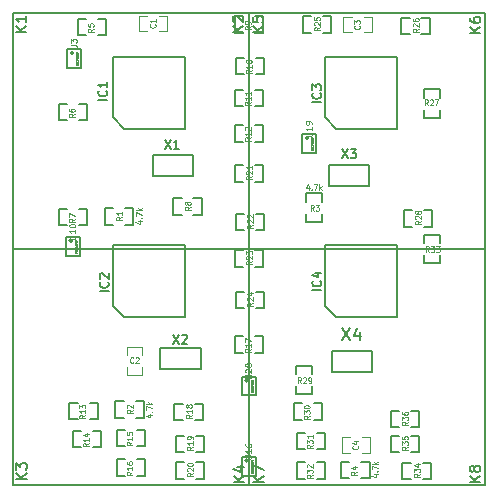
<source format=gto>
G04 (created by PCBNEW (2013-jul-07)-stable) date Tue 09 Aug 2016 05:48:41 PM PDT*
%MOIN*%
G04 Gerber Fmt 3.4, Leading zero omitted, Abs format*
%FSLAX34Y34*%
G01*
G70*
G90*
G04 APERTURE LIST*
%ADD10C,0.00590551*%
%ADD11C,0.008*%
%ADD12C,0.0047*%
%ADD13C,0.006*%
%ADD14C,0.005*%
%ADD15C,0.0045*%
%ADD16C,0.004*%
%ADD17C,0.001*%
G04 APERTURE END LIST*
G54D10*
G54D11*
X35266Y-35318D02*
X34916Y-35318D01*
X35266Y-35118D02*
X35066Y-35268D01*
X34916Y-35118D02*
X35116Y-35318D01*
X35066Y-34918D02*
X35050Y-34951D01*
X35033Y-34968D01*
X35000Y-34985D01*
X34983Y-34985D01*
X34950Y-34968D01*
X34933Y-34951D01*
X34916Y-34918D01*
X34916Y-34851D01*
X34933Y-34818D01*
X34950Y-34801D01*
X34983Y-34785D01*
X35000Y-34785D01*
X35033Y-34801D01*
X35050Y-34818D01*
X35066Y-34851D01*
X35066Y-34918D01*
X35083Y-34951D01*
X35100Y-34968D01*
X35133Y-34985D01*
X35200Y-34985D01*
X35233Y-34968D01*
X35250Y-34951D01*
X35266Y-34918D01*
X35266Y-34851D01*
X35250Y-34818D01*
X35233Y-34801D01*
X35200Y-34785D01*
X35133Y-34785D01*
X35100Y-34801D01*
X35083Y-34818D01*
X35066Y-34851D01*
X28046Y-35308D02*
X27696Y-35308D01*
X28046Y-35108D02*
X27846Y-35258D01*
X27696Y-35108D02*
X27896Y-35308D01*
X27696Y-34991D02*
X27696Y-34758D01*
X28046Y-34908D01*
X35276Y-20353D02*
X34926Y-20353D01*
X35276Y-20153D02*
X35076Y-20303D01*
X34926Y-20153D02*
X35126Y-20353D01*
X34926Y-19853D02*
X34926Y-19920D01*
X34943Y-19953D01*
X34960Y-19970D01*
X35010Y-20003D01*
X35076Y-20020D01*
X35210Y-20020D01*
X35243Y-20003D01*
X35260Y-19986D01*
X35276Y-19953D01*
X35276Y-19886D01*
X35260Y-19853D01*
X35243Y-19836D01*
X35210Y-19820D01*
X35126Y-19820D01*
X35093Y-19836D01*
X35076Y-19853D01*
X35060Y-19886D01*
X35060Y-19953D01*
X35076Y-19986D01*
X35093Y-20003D01*
X35126Y-20020D01*
X28041Y-20333D02*
X27691Y-20333D01*
X28041Y-20133D02*
X27841Y-20283D01*
X27691Y-20133D02*
X27891Y-20333D01*
X27691Y-19816D02*
X27691Y-19983D01*
X27858Y-20000D01*
X27841Y-19983D01*
X27825Y-19950D01*
X27825Y-19866D01*
X27841Y-19833D01*
X27858Y-19816D01*
X27891Y-19800D01*
X27975Y-19800D01*
X28008Y-19816D01*
X28025Y-19833D01*
X28041Y-19866D01*
X28041Y-19950D01*
X28025Y-19983D01*
X28008Y-20000D01*
X27406Y-35308D02*
X27056Y-35308D01*
X27406Y-35108D02*
X27206Y-35258D01*
X27056Y-35108D02*
X27256Y-35308D01*
X27173Y-34808D02*
X27406Y-34808D01*
X27040Y-34891D02*
X27290Y-34975D01*
X27290Y-34758D01*
X20146Y-35238D02*
X19796Y-35238D01*
X20146Y-35038D02*
X19946Y-35188D01*
X19796Y-35038D02*
X19996Y-35238D01*
X19796Y-34921D02*
X19796Y-34705D01*
X19930Y-34821D01*
X19930Y-34771D01*
X19946Y-34738D01*
X19963Y-34721D01*
X19996Y-34705D01*
X20080Y-34705D01*
X20113Y-34721D01*
X20130Y-34738D01*
X20146Y-34771D01*
X20146Y-34871D01*
X20130Y-34905D01*
X20113Y-34921D01*
X27371Y-20318D02*
X27021Y-20318D01*
X27371Y-20118D02*
X27171Y-20268D01*
X27021Y-20118D02*
X27221Y-20318D01*
X27055Y-19985D02*
X27038Y-19968D01*
X27021Y-19935D01*
X27021Y-19851D01*
X27038Y-19818D01*
X27055Y-19801D01*
X27088Y-19785D01*
X27121Y-19785D01*
X27171Y-19801D01*
X27371Y-20001D01*
X27371Y-19785D01*
X20141Y-20328D02*
X19791Y-20328D01*
X20141Y-20128D02*
X19941Y-20278D01*
X19791Y-20128D02*
X19991Y-20328D01*
X20141Y-19795D02*
X20141Y-19995D01*
X20141Y-19895D02*
X19791Y-19895D01*
X19841Y-19928D01*
X19875Y-19961D01*
X19891Y-19995D01*
G54D12*
X24173Y-19783D02*
X23898Y-19783D01*
X24567Y-19783D02*
X24842Y-19783D01*
X24173Y-20295D02*
X23898Y-20295D01*
X24842Y-20295D02*
X24567Y-20295D01*
X23898Y-20289D02*
X23898Y-19789D01*
X24842Y-19789D02*
X24842Y-20289D01*
G54D11*
X24370Y-24409D02*
X25708Y-24409D01*
X25708Y-24409D02*
X25708Y-25117D01*
X25708Y-25117D02*
X24370Y-25117D01*
X24370Y-25117D02*
X24370Y-24409D01*
X24606Y-30866D02*
X25944Y-30866D01*
X25944Y-30866D02*
X25944Y-31574D01*
X25944Y-31574D02*
X24606Y-31574D01*
X24606Y-31574D02*
X24606Y-30866D01*
X30236Y-24764D02*
X31574Y-24764D01*
X31574Y-24764D02*
X31574Y-25472D01*
X31574Y-25472D02*
X30236Y-25472D01*
X30236Y-25472D02*
X30236Y-24764D01*
X30315Y-30945D02*
X31653Y-30945D01*
X31653Y-30945D02*
X31653Y-31653D01*
X31653Y-31653D02*
X30315Y-31653D01*
X30315Y-31653D02*
X30315Y-30945D01*
G54D12*
X23484Y-31496D02*
X23484Y-31771D01*
X23484Y-31102D02*
X23484Y-30827D01*
X23996Y-31496D02*
X23996Y-31771D01*
X23996Y-30827D02*
X23996Y-31102D01*
X23990Y-31771D02*
X23490Y-31771D01*
X23490Y-30827D02*
X23990Y-30827D01*
G54D13*
X23012Y-23167D02*
X23012Y-21517D01*
X23012Y-21517D02*
X23012Y-21142D01*
X23012Y-21142D02*
X25412Y-21142D01*
X25412Y-21142D02*
X25412Y-23542D01*
X25412Y-23542D02*
X23387Y-23542D01*
X23387Y-23542D02*
X23012Y-23167D01*
X23012Y-29466D02*
X23012Y-27816D01*
X23012Y-27816D02*
X23012Y-27441D01*
X23012Y-27441D02*
X25412Y-27441D01*
X25412Y-27441D02*
X25412Y-29841D01*
X25412Y-29841D02*
X23387Y-29841D01*
X23387Y-29841D02*
X23012Y-29466D01*
X30099Y-23167D02*
X30099Y-21517D01*
X30099Y-21517D02*
X30099Y-21142D01*
X30099Y-21142D02*
X32499Y-21142D01*
X32499Y-21142D02*
X32499Y-23542D01*
X32499Y-23542D02*
X30474Y-23542D01*
X30474Y-23542D02*
X30099Y-23167D01*
X30099Y-29466D02*
X30099Y-27816D01*
X30099Y-27816D02*
X30099Y-27441D01*
X30099Y-27441D02*
X32499Y-27441D01*
X32499Y-27441D02*
X32499Y-29841D01*
X32499Y-29841D02*
X30474Y-29841D01*
X30474Y-29841D02*
X30099Y-29466D01*
G54D12*
X30984Y-19822D02*
X30709Y-19822D01*
X31378Y-19822D02*
X31653Y-19822D01*
X30984Y-20334D02*
X30709Y-20334D01*
X31653Y-20334D02*
X31378Y-20334D01*
X30709Y-20328D02*
X30709Y-19828D01*
X31653Y-19828D02*
X31653Y-20328D01*
X31319Y-34350D02*
X31594Y-34350D01*
X30925Y-34350D02*
X30650Y-34350D01*
X31319Y-33838D02*
X31594Y-33838D01*
X30650Y-33838D02*
X30925Y-33838D01*
X31594Y-33844D02*
X31594Y-34344D01*
X30650Y-34344D02*
X30650Y-33844D01*
G54D14*
X32558Y-32953D02*
X32280Y-32953D01*
X32280Y-32953D02*
X32280Y-33503D01*
X32280Y-33503D02*
X32558Y-33503D01*
X33230Y-32953D02*
X32952Y-32953D01*
X33230Y-32953D02*
X33230Y-33503D01*
X33230Y-33503D02*
X32952Y-33503D01*
X32558Y-33780D02*
X32280Y-33780D01*
X32280Y-33780D02*
X32280Y-34330D01*
X32280Y-34330D02*
X32558Y-34330D01*
X33230Y-33780D02*
X32952Y-33780D01*
X33230Y-33780D02*
X33230Y-34330D01*
X33230Y-34330D02*
X32952Y-34330D01*
X32952Y-34685D02*
X32674Y-34685D01*
X32674Y-34685D02*
X32674Y-35235D01*
X32674Y-35235D02*
X32952Y-35235D01*
X33624Y-34685D02*
X33346Y-34685D01*
X33624Y-34685D02*
X33624Y-35235D01*
X33624Y-35235D02*
X33346Y-35235D01*
X33936Y-27362D02*
X33936Y-27084D01*
X33936Y-27084D02*
X33386Y-27084D01*
X33386Y-27084D02*
X33386Y-27362D01*
X33936Y-28034D02*
X33936Y-27756D01*
X33936Y-28034D02*
X33386Y-28034D01*
X33386Y-28034D02*
X33386Y-27756D01*
X29822Y-35215D02*
X30100Y-35215D01*
X30100Y-35215D02*
X30100Y-34665D01*
X30100Y-34665D02*
X29822Y-34665D01*
X29150Y-35215D02*
X29428Y-35215D01*
X29150Y-35215D02*
X29150Y-34665D01*
X29150Y-34665D02*
X29428Y-34665D01*
X29822Y-34231D02*
X30100Y-34231D01*
X30100Y-34231D02*
X30100Y-33681D01*
X30100Y-33681D02*
X29822Y-33681D01*
X29150Y-34231D02*
X29428Y-34231D01*
X29150Y-34231D02*
X29150Y-33681D01*
X29150Y-33681D02*
X29428Y-33681D01*
X29724Y-33247D02*
X30002Y-33247D01*
X30002Y-33247D02*
X30002Y-32697D01*
X30002Y-32697D02*
X29724Y-32697D01*
X29052Y-33247D02*
X29330Y-33247D01*
X29052Y-33247D02*
X29052Y-32697D01*
X29052Y-32697D02*
X29330Y-32697D01*
X29664Y-31732D02*
X29664Y-31454D01*
X29664Y-31454D02*
X29114Y-31454D01*
X29114Y-31454D02*
X29114Y-31732D01*
X29664Y-32404D02*
X29664Y-32126D01*
X29664Y-32404D02*
X29114Y-32404D01*
X29114Y-32404D02*
X29114Y-32126D01*
X32991Y-26260D02*
X32713Y-26260D01*
X32713Y-26260D02*
X32713Y-26810D01*
X32713Y-26810D02*
X32991Y-26810D01*
X33663Y-26260D02*
X33385Y-26260D01*
X33663Y-26260D02*
X33663Y-26810D01*
X33663Y-26810D02*
X33385Y-26810D01*
X33386Y-22913D02*
X33386Y-23191D01*
X33386Y-23191D02*
X33936Y-23191D01*
X33936Y-23191D02*
X33936Y-22913D01*
X33386Y-22241D02*
X33386Y-22519D01*
X33386Y-22241D02*
X33936Y-22241D01*
X33936Y-22241D02*
X33936Y-22519D01*
X32913Y-19843D02*
X32635Y-19843D01*
X32635Y-19843D02*
X32635Y-20393D01*
X32635Y-20393D02*
X32913Y-20393D01*
X33585Y-19843D02*
X33307Y-19843D01*
X33585Y-19843D02*
X33585Y-20393D01*
X33585Y-20393D02*
X33307Y-20393D01*
X29625Y-19803D02*
X29347Y-19803D01*
X29347Y-19803D02*
X29347Y-20353D01*
X29347Y-20353D02*
X29625Y-20353D01*
X30297Y-19803D02*
X30019Y-19803D01*
X30297Y-19803D02*
X30297Y-20353D01*
X30297Y-20353D02*
X30019Y-20353D01*
X27401Y-28976D02*
X27123Y-28976D01*
X27123Y-28976D02*
X27123Y-29526D01*
X27123Y-29526D02*
X27401Y-29526D01*
X28073Y-28976D02*
X27795Y-28976D01*
X28073Y-28976D02*
X28073Y-29526D01*
X28073Y-29526D02*
X27795Y-29526D01*
X27362Y-27599D02*
X27084Y-27599D01*
X27084Y-27599D02*
X27084Y-28149D01*
X27084Y-28149D02*
X27362Y-28149D01*
X28034Y-27599D02*
X27756Y-27599D01*
X28034Y-27599D02*
X28034Y-28149D01*
X28034Y-28149D02*
X27756Y-28149D01*
X27401Y-26378D02*
X27123Y-26378D01*
X27123Y-26378D02*
X27123Y-26928D01*
X27123Y-26928D02*
X27401Y-26928D01*
X28073Y-26378D02*
X27795Y-26378D01*
X28073Y-26378D02*
X28073Y-26928D01*
X28073Y-26928D02*
X27795Y-26928D01*
X27362Y-24764D02*
X27084Y-24764D01*
X27084Y-24764D02*
X27084Y-25314D01*
X27084Y-25314D02*
X27362Y-25314D01*
X28034Y-24764D02*
X27756Y-24764D01*
X28034Y-24764D02*
X28034Y-25314D01*
X28034Y-25314D02*
X27756Y-25314D01*
X25393Y-34665D02*
X25115Y-34665D01*
X25115Y-34665D02*
X25115Y-35215D01*
X25115Y-35215D02*
X25393Y-35215D01*
X26065Y-34665D02*
X25787Y-34665D01*
X26065Y-34665D02*
X26065Y-35215D01*
X26065Y-35215D02*
X25787Y-35215D01*
X25393Y-33780D02*
X25115Y-33780D01*
X25115Y-33780D02*
X25115Y-34330D01*
X25115Y-34330D02*
X25393Y-34330D01*
X26065Y-33780D02*
X25787Y-33780D01*
X26065Y-33780D02*
X26065Y-34330D01*
X26065Y-34330D02*
X25787Y-34330D01*
X25354Y-32717D02*
X25076Y-32717D01*
X25076Y-32717D02*
X25076Y-33267D01*
X25076Y-33267D02*
X25354Y-33267D01*
X26026Y-32717D02*
X25748Y-32717D01*
X26026Y-32717D02*
X26026Y-33267D01*
X26026Y-33267D02*
X25748Y-33267D01*
X27756Y-31023D02*
X28034Y-31023D01*
X28034Y-31023D02*
X28034Y-30473D01*
X28034Y-30473D02*
X27756Y-30473D01*
X27084Y-31023D02*
X27362Y-31023D01*
X27084Y-31023D02*
X27084Y-30473D01*
X27084Y-30473D02*
X27362Y-30473D01*
X23819Y-35117D02*
X24097Y-35117D01*
X24097Y-35117D02*
X24097Y-34567D01*
X24097Y-34567D02*
X23819Y-34567D01*
X23147Y-35117D02*
X23425Y-35117D01*
X23147Y-35117D02*
X23147Y-34567D01*
X23147Y-34567D02*
X23425Y-34567D01*
X23819Y-34133D02*
X24097Y-34133D01*
X24097Y-34133D02*
X24097Y-33583D01*
X24097Y-33583D02*
X23819Y-33583D01*
X23147Y-34133D02*
X23425Y-34133D01*
X23147Y-34133D02*
X23147Y-33583D01*
X23147Y-33583D02*
X23425Y-33583D01*
X22362Y-34172D02*
X22640Y-34172D01*
X22640Y-34172D02*
X22640Y-33622D01*
X22640Y-33622D02*
X22362Y-33622D01*
X21690Y-34172D02*
X21968Y-34172D01*
X21690Y-34172D02*
X21690Y-33622D01*
X21690Y-33622D02*
X21968Y-33622D01*
X22244Y-33227D02*
X22522Y-33227D01*
X22522Y-33227D02*
X22522Y-32677D01*
X22522Y-32677D02*
X22244Y-32677D01*
X21572Y-33227D02*
X21850Y-33227D01*
X21572Y-33227D02*
X21572Y-32677D01*
X21572Y-32677D02*
X21850Y-32677D01*
X27756Y-23975D02*
X28034Y-23975D01*
X28034Y-23975D02*
X28034Y-23425D01*
X28034Y-23425D02*
X27756Y-23425D01*
X27084Y-23975D02*
X27362Y-23975D01*
X27084Y-23975D02*
X27084Y-23425D01*
X27084Y-23425D02*
X27362Y-23425D01*
X27756Y-22794D02*
X28034Y-22794D01*
X28034Y-22794D02*
X28034Y-22244D01*
X28034Y-22244D02*
X27756Y-22244D01*
X27084Y-22794D02*
X27362Y-22794D01*
X27084Y-22794D02*
X27084Y-22244D01*
X27084Y-22244D02*
X27362Y-22244D01*
X27795Y-21731D02*
X28073Y-21731D01*
X28073Y-21731D02*
X28073Y-21181D01*
X28073Y-21181D02*
X27795Y-21181D01*
X27123Y-21731D02*
X27401Y-21731D01*
X27123Y-21731D02*
X27123Y-21181D01*
X27123Y-21181D02*
X27401Y-21181D01*
X27756Y-20353D02*
X28034Y-20353D01*
X28034Y-20353D02*
X28034Y-19803D01*
X28034Y-19803D02*
X27756Y-19803D01*
X27084Y-20353D02*
X27362Y-20353D01*
X27084Y-20353D02*
X27084Y-19803D01*
X27084Y-19803D02*
X27362Y-19803D01*
X25314Y-25866D02*
X25036Y-25866D01*
X25036Y-25866D02*
X25036Y-26416D01*
X25036Y-26416D02*
X25314Y-26416D01*
X25986Y-25866D02*
X25708Y-25866D01*
X25986Y-25866D02*
X25986Y-26416D01*
X25986Y-26416D02*
X25708Y-26416D01*
X21889Y-26771D02*
X22167Y-26771D01*
X22167Y-26771D02*
X22167Y-26221D01*
X22167Y-26221D02*
X21889Y-26221D01*
X21217Y-26771D02*
X21495Y-26771D01*
X21217Y-26771D02*
X21217Y-26221D01*
X21217Y-26221D02*
X21495Y-26221D01*
X21889Y-23267D02*
X22167Y-23267D01*
X22167Y-23267D02*
X22167Y-22717D01*
X22167Y-22717D02*
X21889Y-22717D01*
X21217Y-23267D02*
X21495Y-23267D01*
X21217Y-23267D02*
X21217Y-22717D01*
X21217Y-22717D02*
X21495Y-22717D01*
X22519Y-20432D02*
X22797Y-20432D01*
X22797Y-20432D02*
X22797Y-19882D01*
X22797Y-19882D02*
X22519Y-19882D01*
X21847Y-20432D02*
X22125Y-20432D01*
X21847Y-20432D02*
X21847Y-19882D01*
X21847Y-19882D02*
X22125Y-19882D01*
X31299Y-35196D02*
X31577Y-35196D01*
X31577Y-35196D02*
X31577Y-34646D01*
X31577Y-34646D02*
X31299Y-34646D01*
X30627Y-35196D02*
X30905Y-35196D01*
X30627Y-35196D02*
X30627Y-34646D01*
X30627Y-34646D02*
X30905Y-34646D01*
X29999Y-25984D02*
X29999Y-25706D01*
X29999Y-25706D02*
X29449Y-25706D01*
X29449Y-25706D02*
X29449Y-25984D01*
X29999Y-26656D02*
X29999Y-26378D01*
X29999Y-26656D02*
X29449Y-26656D01*
X29449Y-26656D02*
X29449Y-26378D01*
X23385Y-32638D02*
X23107Y-32638D01*
X23107Y-32638D02*
X23107Y-33188D01*
X23107Y-33188D02*
X23385Y-33188D01*
X24057Y-32638D02*
X23779Y-32638D01*
X24057Y-32638D02*
X24057Y-33188D01*
X24057Y-33188D02*
X23779Y-33188D01*
X23031Y-26201D02*
X22753Y-26201D01*
X22753Y-26201D02*
X22753Y-26751D01*
X22753Y-26751D02*
X23031Y-26751D01*
X23703Y-26201D02*
X23425Y-26201D01*
X23703Y-26201D02*
X23703Y-26751D01*
X23703Y-26751D02*
X23425Y-26751D01*
G54D10*
X31496Y-27559D02*
X35433Y-27559D01*
X35433Y-27559D02*
X35433Y-35433D01*
X35433Y-35433D02*
X27559Y-35433D01*
X27559Y-35433D02*
X27559Y-27559D01*
X27559Y-27559D02*
X31692Y-27559D01*
X31496Y-19685D02*
X35433Y-19685D01*
X35433Y-19685D02*
X35433Y-27559D01*
X35433Y-27559D02*
X27559Y-27559D01*
X27559Y-27559D02*
X27559Y-19685D01*
X27559Y-19685D02*
X31692Y-19685D01*
X23622Y-27559D02*
X27559Y-27559D01*
X27559Y-27559D02*
X27559Y-35433D01*
X27559Y-35433D02*
X19685Y-35433D01*
X19685Y-35433D02*
X19685Y-27559D01*
X19685Y-27559D02*
X23818Y-27559D01*
X23622Y-19685D02*
X27559Y-19685D01*
X27559Y-19685D02*
X27559Y-27559D01*
X27559Y-27559D02*
X19685Y-27559D01*
X19685Y-27559D02*
X19685Y-19685D01*
X19685Y-19685D02*
X23818Y-19685D01*
X27535Y-31929D02*
G75*
G03X27535Y-31929I-55J0D01*
G74*
G01*
X27795Y-32440D02*
X27322Y-32440D01*
X27322Y-32440D02*
X27322Y-31811D01*
X27322Y-31811D02*
X27795Y-31811D01*
X27795Y-31811D02*
X27795Y-32440D01*
X29543Y-23858D02*
G75*
G03X29543Y-23858I-55J0D01*
G74*
G01*
X29803Y-24370D02*
X29330Y-24370D01*
X29330Y-24370D02*
X29330Y-23740D01*
X29330Y-23740D02*
X29803Y-23740D01*
X29803Y-23740D02*
X29803Y-24370D01*
X27535Y-34606D02*
G75*
G03X27535Y-34606I-55J0D01*
G74*
G01*
X27795Y-35118D02*
X27322Y-35118D01*
X27322Y-35118D02*
X27322Y-34488D01*
X27322Y-34488D02*
X27795Y-34488D01*
X27795Y-34488D02*
X27795Y-35118D01*
X21669Y-27283D02*
G75*
G03X21669Y-27283I-55J0D01*
G74*
G01*
X21929Y-27795D02*
X21456Y-27795D01*
X21456Y-27795D02*
X21456Y-27165D01*
X21456Y-27165D02*
X21929Y-27165D01*
X21929Y-27165D02*
X21929Y-27795D01*
X21709Y-21023D02*
G75*
G03X21709Y-21023I-55J0D01*
G74*
G01*
X21968Y-21535D02*
X21496Y-21535D01*
X21496Y-21535D02*
X21496Y-20905D01*
X21496Y-20905D02*
X21968Y-20905D01*
X21968Y-20905D02*
X21968Y-21535D01*
G54D15*
X24431Y-20069D02*
X24441Y-20077D01*
X24451Y-20103D01*
X24451Y-20120D01*
X24441Y-20146D01*
X24422Y-20163D01*
X24403Y-20172D01*
X24365Y-20180D01*
X24336Y-20180D01*
X24298Y-20172D01*
X24279Y-20163D01*
X24260Y-20146D01*
X24251Y-20120D01*
X24251Y-20103D01*
X24260Y-20077D01*
X24270Y-20069D01*
X24451Y-19897D02*
X24451Y-20000D01*
X24451Y-19949D02*
X24251Y-19949D01*
X24279Y-19966D01*
X24298Y-19983D01*
X24308Y-20000D01*
G54D13*
X24757Y-23915D02*
X24957Y-24215D01*
X24957Y-23915D02*
X24757Y-24215D01*
X25228Y-24215D02*
X25057Y-24215D01*
X25142Y-24215D02*
X25142Y-23915D01*
X25114Y-23958D01*
X25085Y-23987D01*
X25057Y-24001D01*
X25032Y-30411D02*
X25232Y-30711D01*
X25232Y-30411D02*
X25032Y-30711D01*
X25332Y-30440D02*
X25347Y-30426D01*
X25375Y-30411D01*
X25447Y-30411D01*
X25475Y-30426D01*
X25489Y-30440D01*
X25504Y-30469D01*
X25504Y-30497D01*
X25489Y-30540D01*
X25318Y-30711D01*
X25504Y-30711D01*
X30662Y-24230D02*
X30862Y-24530D01*
X30862Y-24230D02*
X30662Y-24530D01*
X30948Y-24230D02*
X31134Y-24230D01*
X31034Y-24345D01*
X31076Y-24345D01*
X31105Y-24359D01*
X31119Y-24373D01*
X31134Y-24402D01*
X31134Y-24473D01*
X31119Y-24502D01*
X31105Y-24516D01*
X31076Y-24530D01*
X30991Y-24530D01*
X30962Y-24516D01*
X30948Y-24502D01*
G54D11*
X30660Y-30195D02*
X30927Y-30595D01*
X30927Y-30195D02*
X30660Y-30595D01*
X31250Y-30328D02*
X31250Y-30595D01*
X31155Y-30176D02*
X31060Y-30461D01*
X31308Y-30461D01*
G54D15*
X23710Y-31341D02*
X23701Y-31350D01*
X23675Y-31360D01*
X23658Y-31360D01*
X23633Y-31350D01*
X23615Y-31331D01*
X23607Y-31312D01*
X23598Y-31274D01*
X23598Y-31246D01*
X23607Y-31208D01*
X23615Y-31189D01*
X23633Y-31170D01*
X23658Y-31160D01*
X23675Y-31160D01*
X23701Y-31170D01*
X23710Y-31179D01*
X23778Y-31179D02*
X23787Y-31170D01*
X23804Y-31160D01*
X23847Y-31160D01*
X23864Y-31170D01*
X23873Y-31179D01*
X23881Y-31198D01*
X23881Y-31217D01*
X23873Y-31246D01*
X23770Y-31360D01*
X23881Y-31360D01*
G54D13*
X22837Y-22596D02*
X22537Y-22596D01*
X22809Y-22281D02*
X22823Y-22296D01*
X22837Y-22338D01*
X22837Y-22367D01*
X22823Y-22410D01*
X22795Y-22438D01*
X22766Y-22453D01*
X22709Y-22467D01*
X22666Y-22467D01*
X22609Y-22453D01*
X22580Y-22438D01*
X22552Y-22410D01*
X22537Y-22367D01*
X22537Y-22338D01*
X22552Y-22296D01*
X22566Y-22281D01*
X22837Y-21996D02*
X22837Y-22167D01*
X22837Y-22081D02*
X22537Y-22081D01*
X22580Y-22110D01*
X22609Y-22138D01*
X22623Y-22167D01*
X22877Y-28973D02*
X22577Y-28973D01*
X22848Y-28659D02*
X22863Y-28673D01*
X22877Y-28716D01*
X22877Y-28745D01*
X22863Y-28788D01*
X22834Y-28816D01*
X22805Y-28831D01*
X22748Y-28845D01*
X22705Y-28845D01*
X22648Y-28831D01*
X22620Y-28816D01*
X22591Y-28788D01*
X22577Y-28745D01*
X22577Y-28716D01*
X22591Y-28673D01*
X22605Y-28659D01*
X22605Y-28545D02*
X22591Y-28531D01*
X22577Y-28502D01*
X22577Y-28431D01*
X22591Y-28402D01*
X22605Y-28388D01*
X22634Y-28373D01*
X22663Y-28373D01*
X22705Y-28388D01*
X22877Y-28559D01*
X22877Y-28373D01*
X29963Y-22674D02*
X29663Y-22674D01*
X29935Y-22360D02*
X29949Y-22374D01*
X29963Y-22417D01*
X29963Y-22446D01*
X29949Y-22489D01*
X29921Y-22517D01*
X29892Y-22531D01*
X29835Y-22546D01*
X29792Y-22546D01*
X29735Y-22531D01*
X29706Y-22517D01*
X29678Y-22489D01*
X29663Y-22446D01*
X29663Y-22417D01*
X29678Y-22374D01*
X29692Y-22360D01*
X29663Y-22260D02*
X29663Y-22074D01*
X29778Y-22174D01*
X29778Y-22131D01*
X29792Y-22103D01*
X29806Y-22089D01*
X29835Y-22074D01*
X29906Y-22074D01*
X29935Y-22089D01*
X29949Y-22103D01*
X29963Y-22131D01*
X29963Y-22217D01*
X29949Y-22246D01*
X29935Y-22260D01*
X29963Y-28934D02*
X29663Y-28934D01*
X29935Y-28620D02*
X29949Y-28634D01*
X29963Y-28677D01*
X29963Y-28706D01*
X29949Y-28748D01*
X29921Y-28777D01*
X29892Y-28791D01*
X29835Y-28806D01*
X29792Y-28806D01*
X29735Y-28791D01*
X29706Y-28777D01*
X29678Y-28748D01*
X29663Y-28706D01*
X29663Y-28677D01*
X29678Y-28634D01*
X29692Y-28620D01*
X29763Y-28363D02*
X29963Y-28363D01*
X29649Y-28434D02*
X29863Y-28506D01*
X29863Y-28320D01*
G54D15*
X31243Y-20108D02*
X31252Y-20117D01*
X31262Y-20143D01*
X31262Y-20160D01*
X31252Y-20185D01*
X31233Y-20203D01*
X31214Y-20211D01*
X31176Y-20220D01*
X31147Y-20220D01*
X31109Y-20211D01*
X31090Y-20203D01*
X31071Y-20185D01*
X31062Y-20160D01*
X31062Y-20143D01*
X31071Y-20117D01*
X31081Y-20108D01*
X31062Y-20048D02*
X31062Y-19937D01*
X31138Y-19997D01*
X31138Y-19971D01*
X31147Y-19954D01*
X31157Y-19945D01*
X31176Y-19937D01*
X31223Y-19937D01*
X31243Y-19945D01*
X31252Y-19954D01*
X31262Y-19971D01*
X31262Y-20023D01*
X31252Y-20040D01*
X31243Y-20048D01*
X31183Y-34124D02*
X31193Y-34133D01*
X31202Y-34158D01*
X31202Y-34175D01*
X31193Y-34201D01*
X31174Y-34218D01*
X31155Y-34227D01*
X31117Y-34235D01*
X31088Y-34235D01*
X31050Y-34227D01*
X31031Y-34218D01*
X31012Y-34201D01*
X31002Y-34175D01*
X31002Y-34158D01*
X31012Y-34133D01*
X31022Y-34124D01*
X31069Y-33970D02*
X31202Y-33970D01*
X30993Y-34013D02*
X31136Y-34055D01*
X31136Y-33944D01*
X32860Y-33319D02*
X32766Y-33379D01*
X32860Y-33421D02*
X32663Y-33421D01*
X32663Y-33353D01*
X32673Y-33336D01*
X32682Y-33327D01*
X32701Y-33319D01*
X32729Y-33319D01*
X32748Y-33327D01*
X32757Y-33336D01*
X32766Y-33353D01*
X32766Y-33421D01*
X32663Y-33259D02*
X32663Y-33147D01*
X32738Y-33207D01*
X32738Y-33181D01*
X32748Y-33164D01*
X32757Y-33156D01*
X32776Y-33147D01*
X32823Y-33147D01*
X32841Y-33156D01*
X32851Y-33164D01*
X32860Y-33181D01*
X32860Y-33233D01*
X32851Y-33250D01*
X32841Y-33259D01*
X32663Y-32993D02*
X32663Y-33027D01*
X32673Y-33044D01*
X32682Y-33053D01*
X32710Y-33070D01*
X32748Y-33079D01*
X32823Y-33079D01*
X32841Y-33070D01*
X32851Y-33061D01*
X32860Y-33044D01*
X32860Y-33010D01*
X32851Y-32993D01*
X32841Y-32984D01*
X32823Y-32976D01*
X32776Y-32976D01*
X32757Y-32984D01*
X32748Y-32993D01*
X32738Y-33010D01*
X32738Y-33044D01*
X32748Y-33061D01*
X32757Y-33070D01*
X32776Y-33079D01*
X32860Y-34145D02*
X32766Y-34205D01*
X32860Y-34248D02*
X32663Y-34248D01*
X32663Y-34180D01*
X32673Y-34162D01*
X32682Y-34154D01*
X32701Y-34145D01*
X32729Y-34145D01*
X32748Y-34154D01*
X32757Y-34162D01*
X32766Y-34180D01*
X32766Y-34248D01*
X32663Y-34085D02*
X32663Y-33974D01*
X32738Y-34034D01*
X32738Y-34008D01*
X32748Y-33991D01*
X32757Y-33982D01*
X32776Y-33974D01*
X32823Y-33974D01*
X32841Y-33982D01*
X32851Y-33991D01*
X32860Y-34008D01*
X32860Y-34060D01*
X32851Y-34077D01*
X32841Y-34085D01*
X32663Y-33811D02*
X32663Y-33897D01*
X32757Y-33905D01*
X32748Y-33897D01*
X32738Y-33880D01*
X32738Y-33837D01*
X32748Y-33820D01*
X32757Y-33811D01*
X32776Y-33802D01*
X32823Y-33802D01*
X32841Y-33811D01*
X32851Y-33820D01*
X32860Y-33837D01*
X32860Y-33880D01*
X32851Y-33897D01*
X32841Y-33905D01*
X33254Y-35051D02*
X33160Y-35111D01*
X33254Y-35154D02*
X33057Y-35154D01*
X33057Y-35085D01*
X33066Y-35068D01*
X33076Y-35059D01*
X33094Y-35051D01*
X33123Y-35051D01*
X33141Y-35059D01*
X33151Y-35068D01*
X33160Y-35085D01*
X33160Y-35154D01*
X33057Y-34991D02*
X33057Y-34879D01*
X33132Y-34939D01*
X33132Y-34914D01*
X33141Y-34897D01*
X33151Y-34888D01*
X33169Y-34879D01*
X33216Y-34879D01*
X33235Y-34888D01*
X33244Y-34897D01*
X33254Y-34914D01*
X33254Y-34965D01*
X33244Y-34982D01*
X33235Y-34991D01*
X33123Y-34725D02*
X33254Y-34725D01*
X33047Y-34768D02*
X33188Y-34811D01*
X33188Y-34699D01*
X33570Y-27663D02*
X33510Y-27569D01*
X33467Y-27663D02*
X33467Y-27466D01*
X33536Y-27466D01*
X33553Y-27476D01*
X33562Y-27485D01*
X33570Y-27504D01*
X33570Y-27532D01*
X33562Y-27551D01*
X33553Y-27560D01*
X33536Y-27569D01*
X33467Y-27569D01*
X33630Y-27466D02*
X33742Y-27466D01*
X33682Y-27541D01*
X33707Y-27541D01*
X33724Y-27551D01*
X33733Y-27560D01*
X33742Y-27579D01*
X33742Y-27626D01*
X33733Y-27645D01*
X33724Y-27654D01*
X33707Y-27663D01*
X33656Y-27663D01*
X33639Y-27654D01*
X33630Y-27645D01*
X33802Y-27466D02*
X33913Y-27466D01*
X33853Y-27541D01*
X33879Y-27541D01*
X33896Y-27551D01*
X33904Y-27560D01*
X33913Y-27579D01*
X33913Y-27626D01*
X33904Y-27645D01*
X33896Y-27654D01*
X33879Y-27663D01*
X33827Y-27663D01*
X33810Y-27654D01*
X33802Y-27645D01*
X29680Y-35081D02*
X29586Y-35141D01*
X29680Y-35184D02*
X29483Y-35184D01*
X29483Y-35115D01*
X29493Y-35098D01*
X29502Y-35090D01*
X29521Y-35081D01*
X29549Y-35081D01*
X29568Y-35090D01*
X29577Y-35098D01*
X29586Y-35115D01*
X29586Y-35184D01*
X29483Y-35021D02*
X29483Y-34910D01*
X29558Y-34970D01*
X29558Y-34944D01*
X29568Y-34927D01*
X29577Y-34918D01*
X29596Y-34910D01*
X29643Y-34910D01*
X29661Y-34918D01*
X29671Y-34927D01*
X29680Y-34944D01*
X29680Y-34995D01*
X29671Y-35013D01*
X29661Y-35021D01*
X29502Y-34841D02*
X29493Y-34833D01*
X29483Y-34815D01*
X29483Y-34773D01*
X29493Y-34755D01*
X29502Y-34747D01*
X29521Y-34738D01*
X29540Y-34738D01*
X29568Y-34747D01*
X29680Y-34850D01*
X29680Y-34738D01*
X29680Y-34097D02*
X29586Y-34157D01*
X29680Y-34200D02*
X29483Y-34200D01*
X29483Y-34131D01*
X29493Y-34114D01*
X29502Y-34105D01*
X29521Y-34097D01*
X29549Y-34097D01*
X29568Y-34105D01*
X29577Y-34114D01*
X29586Y-34131D01*
X29586Y-34200D01*
X29483Y-34037D02*
X29483Y-33925D01*
X29558Y-33985D01*
X29558Y-33960D01*
X29568Y-33943D01*
X29577Y-33934D01*
X29596Y-33925D01*
X29643Y-33925D01*
X29661Y-33934D01*
X29671Y-33943D01*
X29680Y-33960D01*
X29680Y-34011D01*
X29671Y-34028D01*
X29661Y-34037D01*
X29680Y-33754D02*
X29680Y-33857D01*
X29680Y-33805D02*
X29483Y-33805D01*
X29511Y-33823D01*
X29530Y-33840D01*
X29540Y-33857D01*
X29582Y-33113D02*
X29488Y-33173D01*
X29582Y-33216D02*
X29385Y-33216D01*
X29385Y-33147D01*
X29394Y-33130D01*
X29404Y-33121D01*
X29422Y-33113D01*
X29450Y-33113D01*
X29469Y-33121D01*
X29479Y-33130D01*
X29488Y-33147D01*
X29488Y-33216D01*
X29385Y-33053D02*
X29385Y-32941D01*
X29460Y-33001D01*
X29460Y-32976D01*
X29469Y-32958D01*
X29479Y-32950D01*
X29497Y-32941D01*
X29544Y-32941D01*
X29563Y-32950D01*
X29572Y-32958D01*
X29582Y-32976D01*
X29582Y-33027D01*
X29572Y-33044D01*
X29563Y-33053D01*
X29385Y-32830D02*
X29385Y-32813D01*
X29394Y-32796D01*
X29404Y-32787D01*
X29422Y-32778D01*
X29460Y-32770D01*
X29507Y-32770D01*
X29544Y-32778D01*
X29563Y-32787D01*
X29572Y-32796D01*
X29582Y-32813D01*
X29582Y-32830D01*
X29572Y-32847D01*
X29563Y-32856D01*
X29544Y-32864D01*
X29507Y-32873D01*
X29460Y-32873D01*
X29422Y-32864D01*
X29404Y-32856D01*
X29394Y-32847D01*
X29385Y-32830D01*
X29299Y-32033D02*
X29239Y-31940D01*
X29196Y-32033D02*
X29196Y-31836D01*
X29264Y-31836D01*
X29281Y-31846D01*
X29290Y-31855D01*
X29299Y-31874D01*
X29299Y-31902D01*
X29290Y-31921D01*
X29281Y-31930D01*
X29264Y-31940D01*
X29196Y-31940D01*
X29367Y-31855D02*
X29376Y-31846D01*
X29393Y-31836D01*
X29436Y-31836D01*
X29453Y-31846D01*
X29461Y-31855D01*
X29470Y-31874D01*
X29470Y-31893D01*
X29461Y-31921D01*
X29359Y-32033D01*
X29470Y-32033D01*
X29556Y-32033D02*
X29590Y-32033D01*
X29607Y-32024D01*
X29616Y-32015D01*
X29633Y-31986D01*
X29641Y-31949D01*
X29641Y-31874D01*
X29633Y-31855D01*
X29624Y-31846D01*
X29607Y-31836D01*
X29573Y-31836D01*
X29556Y-31846D01*
X29547Y-31855D01*
X29539Y-31874D01*
X29539Y-31921D01*
X29547Y-31940D01*
X29556Y-31949D01*
X29573Y-31958D01*
X29607Y-31958D01*
X29624Y-31949D01*
X29633Y-31940D01*
X29641Y-31921D01*
X33293Y-26626D02*
X33199Y-26686D01*
X33293Y-26729D02*
X33096Y-26729D01*
X33096Y-26660D01*
X33106Y-26643D01*
X33115Y-26634D01*
X33134Y-26626D01*
X33162Y-26626D01*
X33181Y-26634D01*
X33190Y-26643D01*
X33199Y-26660D01*
X33199Y-26729D01*
X33115Y-26557D02*
X33106Y-26549D01*
X33096Y-26531D01*
X33096Y-26489D01*
X33106Y-26471D01*
X33115Y-26463D01*
X33134Y-26454D01*
X33153Y-26454D01*
X33181Y-26463D01*
X33293Y-26566D01*
X33293Y-26454D01*
X33181Y-26351D02*
X33171Y-26369D01*
X33162Y-26377D01*
X33143Y-26386D01*
X33134Y-26386D01*
X33115Y-26377D01*
X33106Y-26369D01*
X33096Y-26351D01*
X33096Y-26317D01*
X33106Y-26300D01*
X33115Y-26291D01*
X33134Y-26283D01*
X33143Y-26283D01*
X33162Y-26291D01*
X33171Y-26300D01*
X33181Y-26317D01*
X33181Y-26351D01*
X33190Y-26369D01*
X33199Y-26377D01*
X33218Y-26386D01*
X33256Y-26386D01*
X33274Y-26377D01*
X33284Y-26369D01*
X33293Y-26351D01*
X33293Y-26317D01*
X33284Y-26300D01*
X33274Y-26291D01*
X33256Y-26283D01*
X33218Y-26283D01*
X33199Y-26291D01*
X33190Y-26300D01*
X33181Y-26317D01*
X33520Y-22771D02*
X33460Y-22677D01*
X33417Y-22771D02*
X33417Y-22574D01*
X33486Y-22574D01*
X33503Y-22583D01*
X33512Y-22593D01*
X33520Y-22611D01*
X33520Y-22639D01*
X33512Y-22658D01*
X33503Y-22668D01*
X33486Y-22677D01*
X33417Y-22677D01*
X33589Y-22593D02*
X33597Y-22583D01*
X33614Y-22574D01*
X33657Y-22574D01*
X33674Y-22583D01*
X33683Y-22593D01*
X33692Y-22611D01*
X33692Y-22630D01*
X33683Y-22658D01*
X33580Y-22771D01*
X33692Y-22771D01*
X33752Y-22574D02*
X33872Y-22574D01*
X33794Y-22771D01*
X33214Y-20208D02*
X33121Y-20268D01*
X33214Y-20311D02*
X33017Y-20311D01*
X33017Y-20243D01*
X33027Y-20225D01*
X33036Y-20217D01*
X33055Y-20208D01*
X33083Y-20208D01*
X33102Y-20217D01*
X33111Y-20225D01*
X33121Y-20243D01*
X33121Y-20311D01*
X33036Y-20140D02*
X33027Y-20131D01*
X33017Y-20114D01*
X33017Y-20071D01*
X33027Y-20054D01*
X33036Y-20045D01*
X33055Y-20037D01*
X33074Y-20037D01*
X33102Y-20045D01*
X33214Y-20148D01*
X33214Y-20037D01*
X33017Y-19883D02*
X33017Y-19917D01*
X33027Y-19934D01*
X33036Y-19943D01*
X33064Y-19960D01*
X33102Y-19968D01*
X33177Y-19968D01*
X33196Y-19960D01*
X33205Y-19951D01*
X33214Y-19934D01*
X33214Y-19900D01*
X33205Y-19883D01*
X33196Y-19874D01*
X33177Y-19865D01*
X33130Y-19865D01*
X33111Y-19874D01*
X33102Y-19883D01*
X33093Y-19900D01*
X33093Y-19934D01*
X33102Y-19951D01*
X33111Y-19960D01*
X33130Y-19968D01*
X29927Y-20169D02*
X29833Y-20229D01*
X29927Y-20272D02*
X29730Y-20272D01*
X29730Y-20203D01*
X29739Y-20186D01*
X29749Y-20178D01*
X29768Y-20169D01*
X29796Y-20169D01*
X29815Y-20178D01*
X29824Y-20186D01*
X29833Y-20203D01*
X29833Y-20272D01*
X29749Y-20100D02*
X29739Y-20092D01*
X29730Y-20075D01*
X29730Y-20032D01*
X29739Y-20015D01*
X29749Y-20006D01*
X29768Y-19998D01*
X29786Y-19998D01*
X29815Y-20006D01*
X29927Y-20109D01*
X29927Y-19998D01*
X29730Y-19835D02*
X29730Y-19920D01*
X29824Y-19929D01*
X29815Y-19920D01*
X29805Y-19903D01*
X29805Y-19860D01*
X29815Y-19843D01*
X29824Y-19835D01*
X29843Y-19826D01*
X29890Y-19826D01*
X29908Y-19835D01*
X29918Y-19843D01*
X29927Y-19860D01*
X29927Y-19903D01*
X29918Y-19920D01*
X29908Y-19929D01*
X27703Y-29342D02*
X27609Y-29402D01*
X27703Y-29445D02*
X27506Y-29445D01*
X27506Y-29376D01*
X27515Y-29359D01*
X27524Y-29351D01*
X27543Y-29342D01*
X27571Y-29342D01*
X27590Y-29351D01*
X27599Y-29359D01*
X27609Y-29376D01*
X27609Y-29445D01*
X27524Y-29274D02*
X27515Y-29265D01*
X27506Y-29248D01*
X27506Y-29205D01*
X27515Y-29188D01*
X27524Y-29179D01*
X27543Y-29171D01*
X27562Y-29171D01*
X27590Y-29179D01*
X27703Y-29282D01*
X27703Y-29171D01*
X27571Y-29016D02*
X27703Y-29016D01*
X27496Y-29059D02*
X27637Y-29102D01*
X27637Y-28991D01*
X27663Y-27964D02*
X27569Y-28024D01*
X27663Y-28067D02*
X27466Y-28067D01*
X27466Y-27999D01*
X27476Y-27981D01*
X27485Y-27973D01*
X27504Y-27964D01*
X27532Y-27964D01*
X27551Y-27973D01*
X27560Y-27981D01*
X27569Y-27999D01*
X27569Y-28067D01*
X27485Y-27896D02*
X27476Y-27887D01*
X27466Y-27870D01*
X27466Y-27827D01*
X27476Y-27810D01*
X27485Y-27801D01*
X27504Y-27793D01*
X27523Y-27793D01*
X27551Y-27801D01*
X27663Y-27904D01*
X27663Y-27793D01*
X27466Y-27733D02*
X27466Y-27621D01*
X27541Y-27681D01*
X27541Y-27656D01*
X27551Y-27639D01*
X27560Y-27630D01*
X27579Y-27621D01*
X27626Y-27621D01*
X27645Y-27630D01*
X27654Y-27639D01*
X27663Y-27656D01*
X27663Y-27707D01*
X27654Y-27724D01*
X27645Y-27733D01*
X27703Y-26744D02*
X27609Y-26804D01*
X27703Y-26847D02*
X27506Y-26847D01*
X27506Y-26778D01*
X27515Y-26761D01*
X27524Y-26752D01*
X27543Y-26744D01*
X27571Y-26744D01*
X27590Y-26752D01*
X27599Y-26761D01*
X27609Y-26778D01*
X27609Y-26847D01*
X27524Y-26675D02*
X27515Y-26667D01*
X27506Y-26649D01*
X27506Y-26607D01*
X27515Y-26589D01*
X27524Y-26581D01*
X27543Y-26572D01*
X27562Y-26572D01*
X27590Y-26581D01*
X27703Y-26684D01*
X27703Y-26572D01*
X27524Y-26504D02*
X27515Y-26495D01*
X27506Y-26478D01*
X27506Y-26435D01*
X27515Y-26418D01*
X27524Y-26409D01*
X27543Y-26401D01*
X27562Y-26401D01*
X27590Y-26409D01*
X27703Y-26512D01*
X27703Y-26401D01*
X27663Y-25130D02*
X27569Y-25190D01*
X27663Y-25232D02*
X27466Y-25232D01*
X27466Y-25164D01*
X27476Y-25147D01*
X27485Y-25138D01*
X27504Y-25130D01*
X27532Y-25130D01*
X27551Y-25138D01*
X27560Y-25147D01*
X27569Y-25164D01*
X27569Y-25232D01*
X27485Y-25061D02*
X27476Y-25052D01*
X27466Y-25035D01*
X27466Y-24992D01*
X27476Y-24975D01*
X27485Y-24967D01*
X27504Y-24958D01*
X27523Y-24958D01*
X27551Y-24967D01*
X27663Y-25070D01*
X27663Y-24958D01*
X27663Y-24787D02*
X27663Y-24890D01*
X27663Y-24838D02*
X27466Y-24838D01*
X27494Y-24855D01*
X27513Y-24872D01*
X27523Y-24890D01*
X25695Y-35031D02*
X25601Y-35091D01*
X25695Y-35134D02*
X25498Y-35134D01*
X25498Y-35065D01*
X25507Y-35048D01*
X25517Y-35040D01*
X25535Y-35031D01*
X25563Y-35031D01*
X25582Y-35040D01*
X25592Y-35048D01*
X25601Y-35065D01*
X25601Y-35134D01*
X25517Y-34963D02*
X25507Y-34954D01*
X25498Y-34937D01*
X25498Y-34894D01*
X25507Y-34877D01*
X25517Y-34868D01*
X25535Y-34860D01*
X25554Y-34860D01*
X25582Y-34868D01*
X25695Y-34971D01*
X25695Y-34860D01*
X25498Y-34748D02*
X25498Y-34731D01*
X25507Y-34714D01*
X25517Y-34705D01*
X25535Y-34697D01*
X25573Y-34688D01*
X25620Y-34688D01*
X25657Y-34697D01*
X25676Y-34705D01*
X25685Y-34714D01*
X25695Y-34731D01*
X25695Y-34748D01*
X25685Y-34765D01*
X25676Y-34774D01*
X25657Y-34783D01*
X25620Y-34791D01*
X25573Y-34791D01*
X25535Y-34783D01*
X25517Y-34774D01*
X25507Y-34765D01*
X25498Y-34748D01*
X25695Y-34145D02*
X25601Y-34205D01*
X25695Y-34248D02*
X25498Y-34248D01*
X25498Y-34180D01*
X25507Y-34162D01*
X25517Y-34154D01*
X25535Y-34145D01*
X25563Y-34145D01*
X25582Y-34154D01*
X25592Y-34162D01*
X25601Y-34180D01*
X25601Y-34248D01*
X25695Y-33974D02*
X25695Y-34077D01*
X25695Y-34025D02*
X25498Y-34025D01*
X25526Y-34042D01*
X25545Y-34060D01*
X25554Y-34077D01*
X25695Y-33888D02*
X25695Y-33854D01*
X25685Y-33837D01*
X25676Y-33828D01*
X25648Y-33811D01*
X25610Y-33802D01*
X25535Y-33802D01*
X25517Y-33811D01*
X25507Y-33820D01*
X25498Y-33837D01*
X25498Y-33871D01*
X25507Y-33888D01*
X25517Y-33897D01*
X25535Y-33905D01*
X25582Y-33905D01*
X25601Y-33897D01*
X25610Y-33888D01*
X25620Y-33871D01*
X25620Y-33837D01*
X25610Y-33820D01*
X25601Y-33811D01*
X25582Y-33802D01*
X25655Y-33082D02*
X25562Y-33142D01*
X25655Y-33185D02*
X25458Y-33185D01*
X25458Y-33117D01*
X25468Y-33099D01*
X25477Y-33091D01*
X25496Y-33082D01*
X25524Y-33082D01*
X25543Y-33091D01*
X25552Y-33099D01*
X25562Y-33117D01*
X25562Y-33185D01*
X25655Y-32911D02*
X25655Y-33014D01*
X25655Y-32962D02*
X25458Y-32962D01*
X25487Y-32979D01*
X25505Y-32997D01*
X25515Y-33014D01*
X25543Y-32808D02*
X25533Y-32825D01*
X25524Y-32834D01*
X25505Y-32842D01*
X25496Y-32842D01*
X25477Y-32834D01*
X25468Y-32825D01*
X25458Y-32808D01*
X25458Y-32774D01*
X25468Y-32757D01*
X25477Y-32748D01*
X25496Y-32739D01*
X25505Y-32739D01*
X25524Y-32748D01*
X25533Y-32757D01*
X25543Y-32774D01*
X25543Y-32808D01*
X25552Y-32825D01*
X25562Y-32834D01*
X25580Y-32842D01*
X25618Y-32842D01*
X25637Y-32834D01*
X25646Y-32825D01*
X25655Y-32808D01*
X25655Y-32774D01*
X25646Y-32757D01*
X25637Y-32748D01*
X25618Y-32739D01*
X25580Y-32739D01*
X25562Y-32748D01*
X25552Y-32757D01*
X25543Y-32774D01*
X27613Y-30888D02*
X27519Y-30948D01*
X27613Y-30991D02*
X27416Y-30991D01*
X27416Y-30923D01*
X27426Y-30905D01*
X27435Y-30897D01*
X27454Y-30888D01*
X27482Y-30888D01*
X27501Y-30897D01*
X27510Y-30905D01*
X27519Y-30923D01*
X27519Y-30991D01*
X27613Y-30717D02*
X27613Y-30820D01*
X27613Y-30768D02*
X27416Y-30768D01*
X27444Y-30785D01*
X27463Y-30803D01*
X27473Y-30820D01*
X27416Y-30657D02*
X27416Y-30537D01*
X27613Y-30614D01*
X23676Y-34983D02*
X23582Y-35043D01*
X23676Y-35086D02*
X23479Y-35086D01*
X23479Y-35017D01*
X23489Y-35000D01*
X23498Y-34991D01*
X23517Y-34983D01*
X23545Y-34983D01*
X23564Y-34991D01*
X23573Y-35000D01*
X23582Y-35017D01*
X23582Y-35086D01*
X23676Y-34811D02*
X23676Y-34914D01*
X23676Y-34863D02*
X23479Y-34863D01*
X23507Y-34880D01*
X23526Y-34897D01*
X23536Y-34914D01*
X23479Y-34657D02*
X23479Y-34691D01*
X23489Y-34708D01*
X23498Y-34717D01*
X23526Y-34734D01*
X23564Y-34743D01*
X23639Y-34743D01*
X23658Y-34734D01*
X23667Y-34726D01*
X23676Y-34708D01*
X23676Y-34674D01*
X23667Y-34657D01*
X23658Y-34648D01*
X23639Y-34640D01*
X23592Y-34640D01*
X23573Y-34648D01*
X23564Y-34657D01*
X23554Y-34674D01*
X23554Y-34708D01*
X23564Y-34726D01*
X23573Y-34734D01*
X23592Y-34743D01*
X23676Y-33998D02*
X23582Y-34058D01*
X23676Y-34101D02*
X23479Y-34101D01*
X23479Y-34033D01*
X23489Y-34016D01*
X23498Y-34007D01*
X23517Y-33998D01*
X23545Y-33998D01*
X23564Y-34007D01*
X23573Y-34016D01*
X23582Y-34033D01*
X23582Y-34101D01*
X23676Y-33827D02*
X23676Y-33930D01*
X23676Y-33878D02*
X23479Y-33878D01*
X23507Y-33896D01*
X23526Y-33913D01*
X23536Y-33930D01*
X23479Y-33664D02*
X23479Y-33750D01*
X23573Y-33758D01*
X23564Y-33750D01*
X23554Y-33733D01*
X23554Y-33690D01*
X23564Y-33673D01*
X23573Y-33664D01*
X23592Y-33656D01*
X23639Y-33656D01*
X23658Y-33664D01*
X23667Y-33673D01*
X23676Y-33690D01*
X23676Y-33733D01*
X23667Y-33750D01*
X23658Y-33758D01*
X22220Y-34038D02*
X22126Y-34098D01*
X22220Y-34141D02*
X22023Y-34141D01*
X22023Y-34072D01*
X22032Y-34055D01*
X22041Y-34046D01*
X22060Y-34038D01*
X22088Y-34038D01*
X22107Y-34046D01*
X22116Y-34055D01*
X22126Y-34072D01*
X22126Y-34141D01*
X22220Y-33866D02*
X22220Y-33969D01*
X22220Y-33918D02*
X22023Y-33918D01*
X22051Y-33935D01*
X22069Y-33952D01*
X22079Y-33969D01*
X22088Y-33712D02*
X22220Y-33712D01*
X22013Y-33755D02*
X22154Y-33798D01*
X22154Y-33686D01*
X22101Y-33093D02*
X22008Y-33153D01*
X22101Y-33196D02*
X21904Y-33196D01*
X21904Y-33127D01*
X21914Y-33110D01*
X21923Y-33102D01*
X21942Y-33093D01*
X21970Y-33093D01*
X21989Y-33102D01*
X21998Y-33110D01*
X22008Y-33127D01*
X22008Y-33196D01*
X22101Y-32922D02*
X22101Y-33024D01*
X22101Y-32973D02*
X21904Y-32973D01*
X21933Y-32990D01*
X21951Y-33007D01*
X21961Y-33024D01*
X21904Y-32862D02*
X21904Y-32750D01*
X21980Y-32810D01*
X21980Y-32784D01*
X21989Y-32767D01*
X21998Y-32759D01*
X22017Y-32750D01*
X22064Y-32750D01*
X22083Y-32759D01*
X22092Y-32767D01*
X22101Y-32784D01*
X22101Y-32836D01*
X22092Y-32853D01*
X22083Y-32862D01*
X27613Y-23841D02*
X27519Y-23901D01*
X27613Y-23944D02*
X27416Y-23944D01*
X27416Y-23875D01*
X27426Y-23858D01*
X27435Y-23850D01*
X27454Y-23841D01*
X27482Y-23841D01*
X27501Y-23850D01*
X27510Y-23858D01*
X27519Y-23875D01*
X27519Y-23944D01*
X27613Y-23670D02*
X27613Y-23772D01*
X27613Y-23721D02*
X27416Y-23721D01*
X27444Y-23738D01*
X27463Y-23755D01*
X27473Y-23772D01*
X27435Y-23601D02*
X27426Y-23592D01*
X27416Y-23575D01*
X27416Y-23532D01*
X27426Y-23515D01*
X27435Y-23507D01*
X27454Y-23498D01*
X27473Y-23498D01*
X27501Y-23507D01*
X27613Y-23610D01*
X27613Y-23498D01*
X27613Y-22660D02*
X27519Y-22720D01*
X27613Y-22763D02*
X27416Y-22763D01*
X27416Y-22694D01*
X27426Y-22677D01*
X27435Y-22668D01*
X27454Y-22660D01*
X27482Y-22660D01*
X27501Y-22668D01*
X27510Y-22677D01*
X27519Y-22694D01*
X27519Y-22763D01*
X27613Y-22488D02*
X27613Y-22591D01*
X27613Y-22540D02*
X27416Y-22540D01*
X27444Y-22557D01*
X27463Y-22574D01*
X27473Y-22591D01*
X27613Y-22317D02*
X27613Y-22420D01*
X27613Y-22368D02*
X27416Y-22368D01*
X27444Y-22386D01*
X27463Y-22403D01*
X27473Y-22420D01*
X27653Y-21597D02*
X27559Y-21657D01*
X27653Y-21700D02*
X27456Y-21700D01*
X27456Y-21631D01*
X27465Y-21614D01*
X27474Y-21605D01*
X27493Y-21597D01*
X27521Y-21597D01*
X27540Y-21605D01*
X27549Y-21614D01*
X27559Y-21631D01*
X27559Y-21700D01*
X27653Y-21425D02*
X27653Y-21528D01*
X27653Y-21477D02*
X27456Y-21477D01*
X27484Y-21494D01*
X27503Y-21511D01*
X27512Y-21528D01*
X27456Y-21314D02*
X27456Y-21297D01*
X27465Y-21280D01*
X27474Y-21271D01*
X27493Y-21263D01*
X27531Y-21254D01*
X27578Y-21254D01*
X27615Y-21263D01*
X27634Y-21271D01*
X27643Y-21280D01*
X27653Y-21297D01*
X27653Y-21314D01*
X27643Y-21331D01*
X27634Y-21340D01*
X27615Y-21348D01*
X27578Y-21357D01*
X27531Y-21357D01*
X27493Y-21348D01*
X27474Y-21340D01*
X27465Y-21331D01*
X27456Y-21314D01*
X27613Y-20133D02*
X27519Y-20193D01*
X27613Y-20236D02*
X27416Y-20236D01*
X27416Y-20168D01*
X27426Y-20150D01*
X27435Y-20142D01*
X27454Y-20133D01*
X27482Y-20133D01*
X27501Y-20142D01*
X27510Y-20150D01*
X27519Y-20168D01*
X27519Y-20236D01*
X27613Y-20048D02*
X27613Y-20013D01*
X27604Y-19996D01*
X27595Y-19988D01*
X27566Y-19970D01*
X27529Y-19962D01*
X27454Y-19962D01*
X27435Y-19970D01*
X27426Y-19979D01*
X27416Y-19996D01*
X27416Y-20030D01*
X27426Y-20048D01*
X27435Y-20056D01*
X27454Y-20065D01*
X27501Y-20065D01*
X27519Y-20056D01*
X27529Y-20048D01*
X27538Y-20030D01*
X27538Y-19996D01*
X27529Y-19979D01*
X27519Y-19970D01*
X27501Y-19962D01*
X25616Y-26146D02*
X25522Y-26206D01*
X25616Y-26249D02*
X25419Y-26249D01*
X25419Y-26181D01*
X25428Y-26163D01*
X25438Y-26155D01*
X25457Y-26146D01*
X25485Y-26146D01*
X25503Y-26155D01*
X25513Y-26163D01*
X25522Y-26181D01*
X25522Y-26249D01*
X25503Y-26043D02*
X25494Y-26061D01*
X25485Y-26069D01*
X25466Y-26078D01*
X25457Y-26078D01*
X25438Y-26069D01*
X25428Y-26061D01*
X25419Y-26043D01*
X25419Y-26009D01*
X25428Y-25992D01*
X25438Y-25983D01*
X25457Y-25975D01*
X25466Y-25975D01*
X25485Y-25983D01*
X25494Y-25992D01*
X25503Y-26009D01*
X25503Y-26043D01*
X25513Y-26061D01*
X25522Y-26069D01*
X25541Y-26078D01*
X25579Y-26078D01*
X25597Y-26069D01*
X25607Y-26061D01*
X25616Y-26043D01*
X25616Y-26009D01*
X25607Y-25992D01*
X25597Y-25983D01*
X25579Y-25975D01*
X25541Y-25975D01*
X25522Y-25983D01*
X25513Y-25992D01*
X25503Y-26009D01*
X21747Y-26551D02*
X21653Y-26611D01*
X21747Y-26653D02*
X21550Y-26653D01*
X21550Y-26585D01*
X21560Y-26568D01*
X21569Y-26559D01*
X21588Y-26551D01*
X21616Y-26551D01*
X21635Y-26559D01*
X21644Y-26568D01*
X21653Y-26585D01*
X21653Y-26653D01*
X21550Y-26491D02*
X21550Y-26371D01*
X21747Y-26448D01*
X21747Y-23047D02*
X21653Y-23107D01*
X21747Y-23149D02*
X21550Y-23149D01*
X21550Y-23081D01*
X21560Y-23064D01*
X21569Y-23055D01*
X21588Y-23047D01*
X21616Y-23047D01*
X21635Y-23055D01*
X21644Y-23064D01*
X21653Y-23081D01*
X21653Y-23149D01*
X21550Y-22892D02*
X21550Y-22927D01*
X21560Y-22944D01*
X21569Y-22952D01*
X21597Y-22969D01*
X21635Y-22978D01*
X21710Y-22978D01*
X21728Y-22969D01*
X21738Y-22961D01*
X21747Y-22944D01*
X21747Y-22909D01*
X21738Y-22892D01*
X21728Y-22884D01*
X21710Y-22875D01*
X21663Y-22875D01*
X21644Y-22884D01*
X21635Y-22892D01*
X21625Y-22909D01*
X21625Y-22944D01*
X21635Y-22961D01*
X21644Y-22969D01*
X21663Y-22978D01*
X22377Y-20212D02*
X22283Y-20272D01*
X22377Y-20315D02*
X22180Y-20315D01*
X22180Y-20246D01*
X22189Y-20229D01*
X22199Y-20221D01*
X22218Y-20212D01*
X22246Y-20212D01*
X22265Y-20221D01*
X22274Y-20229D01*
X22283Y-20246D01*
X22283Y-20315D01*
X22180Y-20049D02*
X22180Y-20135D01*
X22274Y-20143D01*
X22265Y-20135D01*
X22255Y-20118D01*
X22255Y-20075D01*
X22265Y-20058D01*
X22274Y-20049D01*
X22293Y-20041D01*
X22340Y-20041D01*
X22358Y-20049D01*
X22368Y-20058D01*
X22377Y-20075D01*
X22377Y-20118D01*
X22368Y-20135D01*
X22358Y-20143D01*
X31157Y-34976D02*
X31063Y-35036D01*
X31157Y-35079D02*
X30960Y-35079D01*
X30960Y-35010D01*
X30969Y-34993D01*
X30978Y-34984D01*
X30997Y-34976D01*
X31025Y-34976D01*
X31044Y-34984D01*
X31053Y-34993D01*
X31063Y-35010D01*
X31063Y-35079D01*
X31025Y-34821D02*
X31157Y-34821D01*
X30950Y-34864D02*
X31091Y-34907D01*
X31091Y-34796D01*
X31719Y-35068D02*
X31852Y-35068D01*
X31643Y-35111D02*
X31785Y-35154D01*
X31785Y-35043D01*
X31833Y-34974D02*
X31843Y-34965D01*
X31852Y-34974D01*
X31843Y-34983D01*
X31833Y-34974D01*
X31852Y-34974D01*
X31652Y-34905D02*
X31652Y-34785D01*
X31852Y-34863D01*
X31852Y-34717D02*
X31652Y-34717D01*
X31776Y-34700D02*
X31852Y-34648D01*
X31719Y-34648D02*
X31795Y-34717D01*
X29719Y-26285D02*
X29659Y-26192D01*
X29616Y-26285D02*
X29616Y-26088D01*
X29685Y-26088D01*
X29702Y-26098D01*
X29710Y-26107D01*
X29719Y-26126D01*
X29719Y-26154D01*
X29710Y-26173D01*
X29702Y-26182D01*
X29685Y-26192D01*
X29616Y-26192D01*
X29779Y-26088D02*
X29890Y-26088D01*
X29830Y-26163D01*
X29856Y-26163D01*
X29873Y-26173D01*
X29882Y-26182D01*
X29890Y-26201D01*
X29890Y-26248D01*
X29882Y-26267D01*
X29873Y-26276D01*
X29856Y-26285D01*
X29805Y-26285D01*
X29787Y-26276D01*
X29779Y-26267D01*
X29557Y-25459D02*
X29557Y-25592D01*
X29514Y-25383D02*
X29471Y-25526D01*
X29582Y-25526D01*
X29651Y-25573D02*
X29660Y-25583D01*
X29651Y-25592D01*
X29642Y-25583D01*
X29651Y-25573D01*
X29651Y-25592D01*
X29720Y-25392D02*
X29840Y-25392D01*
X29762Y-25592D01*
X29908Y-25592D02*
X29908Y-25392D01*
X29925Y-25516D02*
X29977Y-25592D01*
X29977Y-25459D02*
X29908Y-25535D01*
X23687Y-32918D02*
X23593Y-32978D01*
X23687Y-33021D02*
X23490Y-33021D01*
X23490Y-32952D01*
X23499Y-32935D01*
X23509Y-32926D01*
X23527Y-32918D01*
X23556Y-32918D01*
X23574Y-32926D01*
X23584Y-32935D01*
X23593Y-32952D01*
X23593Y-33021D01*
X23509Y-32849D02*
X23499Y-32841D01*
X23490Y-32824D01*
X23490Y-32781D01*
X23499Y-32764D01*
X23509Y-32755D01*
X23527Y-32746D01*
X23546Y-32746D01*
X23574Y-32755D01*
X23687Y-32858D01*
X23687Y-32746D01*
X24200Y-33080D02*
X24333Y-33080D01*
X24124Y-33123D02*
X24266Y-33166D01*
X24266Y-33054D01*
X24314Y-32986D02*
X24324Y-32977D01*
X24333Y-32986D01*
X24324Y-32994D01*
X24314Y-32986D01*
X24333Y-32986D01*
X24133Y-32917D02*
X24133Y-32797D01*
X24333Y-32874D01*
X24333Y-32729D02*
X24133Y-32729D01*
X24257Y-32711D02*
X24333Y-32660D01*
X24200Y-32660D02*
X24276Y-32729D01*
X23333Y-26481D02*
X23239Y-26541D01*
X23333Y-26584D02*
X23136Y-26584D01*
X23136Y-26515D01*
X23145Y-26498D01*
X23154Y-26489D01*
X23173Y-26481D01*
X23201Y-26481D01*
X23220Y-26489D01*
X23229Y-26498D01*
X23239Y-26515D01*
X23239Y-26584D01*
X23333Y-26309D02*
X23333Y-26412D01*
X23333Y-26361D02*
X23136Y-26361D01*
X23164Y-26378D01*
X23182Y-26395D01*
X23192Y-26412D01*
X23845Y-26623D02*
X23978Y-26623D01*
X23769Y-26666D02*
X23911Y-26709D01*
X23911Y-26598D01*
X23959Y-26529D02*
X23969Y-26520D01*
X23978Y-26529D01*
X23969Y-26538D01*
X23959Y-26529D01*
X23978Y-26529D01*
X23778Y-26460D02*
X23778Y-26340D01*
X23978Y-26418D01*
X23978Y-26272D02*
X23778Y-26272D01*
X23902Y-26255D02*
X23978Y-26203D01*
X23845Y-26203D02*
X23921Y-26272D01*
G54D16*
X27440Y-31873D02*
X27601Y-31873D01*
X27620Y-31864D01*
X27630Y-31854D01*
X27640Y-31835D01*
X27640Y-31797D01*
X27630Y-31778D01*
X27620Y-31768D01*
X27601Y-31759D01*
X27440Y-31759D01*
X27459Y-31673D02*
X27449Y-31664D01*
X27440Y-31645D01*
X27440Y-31597D01*
X27449Y-31578D01*
X27459Y-31568D01*
X27478Y-31559D01*
X27497Y-31559D01*
X27525Y-31568D01*
X27640Y-31683D01*
X27640Y-31559D01*
X27525Y-31445D02*
X27516Y-31464D01*
X27506Y-31473D01*
X27487Y-31483D01*
X27478Y-31483D01*
X27459Y-31473D01*
X27449Y-31464D01*
X27440Y-31445D01*
X27440Y-31406D01*
X27449Y-31387D01*
X27459Y-31378D01*
X27478Y-31368D01*
X27487Y-31368D01*
X27506Y-31378D01*
X27516Y-31387D01*
X27525Y-31406D01*
X27525Y-31445D01*
X27535Y-31464D01*
X27544Y-31473D01*
X27563Y-31483D01*
X27601Y-31483D01*
X27620Y-31473D01*
X27630Y-31464D01*
X27640Y-31445D01*
X27640Y-31406D01*
X27630Y-31387D01*
X27620Y-31378D01*
X27601Y-31368D01*
X27563Y-31368D01*
X27544Y-31378D01*
X27535Y-31387D01*
X27525Y-31406D01*
G54D17*
X27679Y-32335D02*
X27629Y-32335D01*
X27629Y-32323D01*
X27631Y-32316D01*
X27636Y-32311D01*
X27641Y-32309D01*
X27650Y-32306D01*
X27657Y-32306D01*
X27667Y-32309D01*
X27672Y-32311D01*
X27676Y-32316D01*
X27679Y-32323D01*
X27679Y-32335D01*
X27679Y-32285D02*
X27629Y-32285D01*
X27665Y-32268D01*
X27629Y-32252D01*
X27679Y-32252D01*
X27674Y-32199D02*
X27676Y-32202D01*
X27679Y-32209D01*
X27679Y-32214D01*
X27676Y-32221D01*
X27672Y-32225D01*
X27667Y-32228D01*
X27657Y-32230D01*
X27650Y-32230D01*
X27641Y-32228D01*
X27636Y-32225D01*
X27631Y-32221D01*
X27629Y-32214D01*
X27629Y-32209D01*
X27631Y-32202D01*
X27634Y-32199D01*
X27634Y-32180D02*
X27631Y-32178D01*
X27629Y-32173D01*
X27629Y-32161D01*
X27631Y-32156D01*
X27634Y-32154D01*
X27638Y-32152D01*
X27643Y-32152D01*
X27650Y-32154D01*
X27679Y-32183D01*
X27679Y-32152D01*
X27645Y-32109D02*
X27679Y-32109D01*
X27626Y-32121D02*
X27662Y-32133D01*
X27662Y-32102D01*
X27629Y-32073D02*
X27629Y-32068D01*
X27631Y-32064D01*
X27634Y-32061D01*
X27638Y-32059D01*
X27648Y-32056D01*
X27660Y-32056D01*
X27669Y-32059D01*
X27674Y-32061D01*
X27676Y-32064D01*
X27679Y-32068D01*
X27679Y-32073D01*
X27676Y-32078D01*
X27674Y-32080D01*
X27669Y-32083D01*
X27660Y-32085D01*
X27648Y-32085D01*
X27638Y-32083D01*
X27634Y-32080D01*
X27631Y-32078D01*
X27629Y-32073D01*
X27629Y-32025D02*
X27629Y-32021D01*
X27631Y-32016D01*
X27634Y-32014D01*
X27638Y-32011D01*
X27648Y-32009D01*
X27660Y-32009D01*
X27669Y-32011D01*
X27674Y-32014D01*
X27676Y-32016D01*
X27679Y-32021D01*
X27679Y-32025D01*
X27676Y-32030D01*
X27674Y-32033D01*
X27669Y-32035D01*
X27660Y-32037D01*
X27648Y-32037D01*
X27638Y-32035D01*
X27634Y-32033D01*
X27631Y-32030D01*
X27629Y-32025D01*
X27629Y-31987D02*
X27669Y-31987D01*
X27674Y-31985D01*
X27676Y-31983D01*
X27679Y-31978D01*
X27679Y-31968D01*
X27676Y-31964D01*
X27674Y-31961D01*
X27669Y-31959D01*
X27629Y-31959D01*
X27629Y-31942D02*
X27679Y-31925D01*
X27629Y-31909D01*
G54D16*
X29447Y-23802D02*
X29609Y-23802D01*
X29628Y-23793D01*
X29638Y-23783D01*
X29647Y-23764D01*
X29647Y-23726D01*
X29638Y-23707D01*
X29628Y-23697D01*
X29609Y-23688D01*
X29447Y-23688D01*
X29647Y-23488D02*
X29647Y-23602D01*
X29647Y-23545D02*
X29447Y-23545D01*
X29476Y-23564D01*
X29495Y-23583D01*
X29505Y-23602D01*
X29647Y-23393D02*
X29647Y-23355D01*
X29638Y-23336D01*
X29628Y-23326D01*
X29600Y-23307D01*
X29562Y-23297D01*
X29485Y-23297D01*
X29466Y-23307D01*
X29457Y-23317D01*
X29447Y-23336D01*
X29447Y-23374D01*
X29457Y-23393D01*
X29466Y-23402D01*
X29485Y-23412D01*
X29533Y-23412D01*
X29552Y-23402D01*
X29562Y-23393D01*
X29571Y-23374D01*
X29571Y-23336D01*
X29562Y-23317D01*
X29552Y-23307D01*
X29533Y-23297D01*
G54D17*
X29687Y-24264D02*
X29637Y-24264D01*
X29637Y-24252D01*
X29639Y-24245D01*
X29644Y-24240D01*
X29649Y-24238D01*
X29658Y-24236D01*
X29665Y-24236D01*
X29675Y-24238D01*
X29680Y-24240D01*
X29684Y-24245D01*
X29687Y-24252D01*
X29687Y-24264D01*
X29687Y-24214D02*
X29637Y-24214D01*
X29672Y-24197D01*
X29637Y-24181D01*
X29687Y-24181D01*
X29682Y-24128D02*
X29684Y-24131D01*
X29687Y-24138D01*
X29687Y-24143D01*
X29684Y-24150D01*
X29680Y-24155D01*
X29675Y-24157D01*
X29665Y-24159D01*
X29658Y-24159D01*
X29649Y-24157D01*
X29644Y-24155D01*
X29639Y-24150D01*
X29637Y-24143D01*
X29637Y-24138D01*
X29639Y-24131D01*
X29641Y-24128D01*
X29641Y-24109D02*
X29639Y-24107D01*
X29637Y-24102D01*
X29637Y-24090D01*
X29639Y-24086D01*
X29641Y-24083D01*
X29646Y-24081D01*
X29651Y-24081D01*
X29658Y-24083D01*
X29687Y-24112D01*
X29687Y-24081D01*
X29653Y-24038D02*
X29687Y-24038D01*
X29634Y-24050D02*
X29670Y-24062D01*
X29670Y-24031D01*
X29637Y-24002D02*
X29637Y-23997D01*
X29639Y-23993D01*
X29641Y-23990D01*
X29646Y-23988D01*
X29656Y-23986D01*
X29668Y-23986D01*
X29677Y-23988D01*
X29682Y-23990D01*
X29684Y-23993D01*
X29687Y-23997D01*
X29687Y-24002D01*
X29684Y-24007D01*
X29682Y-24009D01*
X29677Y-24012D01*
X29668Y-24014D01*
X29656Y-24014D01*
X29646Y-24012D01*
X29641Y-24009D01*
X29639Y-24007D01*
X29637Y-24002D01*
X29637Y-23955D02*
X29637Y-23950D01*
X29639Y-23945D01*
X29641Y-23943D01*
X29646Y-23940D01*
X29656Y-23938D01*
X29668Y-23938D01*
X29677Y-23940D01*
X29682Y-23943D01*
X29684Y-23945D01*
X29687Y-23950D01*
X29687Y-23955D01*
X29684Y-23959D01*
X29682Y-23962D01*
X29677Y-23964D01*
X29668Y-23967D01*
X29656Y-23967D01*
X29646Y-23964D01*
X29641Y-23962D01*
X29639Y-23959D01*
X29637Y-23955D01*
X29637Y-23917D02*
X29677Y-23917D01*
X29682Y-23914D01*
X29684Y-23912D01*
X29687Y-23907D01*
X29687Y-23897D01*
X29684Y-23893D01*
X29682Y-23890D01*
X29677Y-23888D01*
X29637Y-23888D01*
X29637Y-23871D02*
X29687Y-23855D01*
X29637Y-23838D01*
G54D16*
X27440Y-34550D02*
X27601Y-34550D01*
X27620Y-34541D01*
X27630Y-34531D01*
X27640Y-34512D01*
X27640Y-34474D01*
X27630Y-34455D01*
X27620Y-34446D01*
X27601Y-34436D01*
X27440Y-34436D01*
X27640Y-34236D02*
X27640Y-34350D01*
X27640Y-34293D02*
X27440Y-34293D01*
X27468Y-34312D01*
X27487Y-34331D01*
X27497Y-34350D01*
X27440Y-34065D02*
X27440Y-34103D01*
X27449Y-34122D01*
X27459Y-34131D01*
X27487Y-34150D01*
X27525Y-34160D01*
X27601Y-34160D01*
X27620Y-34150D01*
X27630Y-34141D01*
X27640Y-34122D01*
X27640Y-34084D01*
X27630Y-34065D01*
X27620Y-34055D01*
X27601Y-34046D01*
X27554Y-34046D01*
X27535Y-34055D01*
X27525Y-34065D01*
X27516Y-34084D01*
X27516Y-34122D01*
X27525Y-34141D01*
X27535Y-34150D01*
X27554Y-34160D01*
G54D17*
X27679Y-35012D02*
X27629Y-35012D01*
X27629Y-35000D01*
X27631Y-34993D01*
X27636Y-34988D01*
X27641Y-34986D01*
X27650Y-34984D01*
X27657Y-34984D01*
X27667Y-34986D01*
X27672Y-34988D01*
X27676Y-34993D01*
X27679Y-35000D01*
X27679Y-35012D01*
X27679Y-34962D02*
X27629Y-34962D01*
X27665Y-34946D01*
X27629Y-34929D01*
X27679Y-34929D01*
X27674Y-34876D02*
X27676Y-34879D01*
X27679Y-34886D01*
X27679Y-34891D01*
X27676Y-34898D01*
X27672Y-34903D01*
X27667Y-34905D01*
X27657Y-34907D01*
X27650Y-34907D01*
X27641Y-34905D01*
X27636Y-34903D01*
X27631Y-34898D01*
X27629Y-34891D01*
X27629Y-34886D01*
X27631Y-34879D01*
X27634Y-34876D01*
X27634Y-34857D02*
X27631Y-34855D01*
X27629Y-34850D01*
X27629Y-34838D01*
X27631Y-34834D01*
X27634Y-34831D01*
X27638Y-34829D01*
X27643Y-34829D01*
X27650Y-34831D01*
X27679Y-34860D01*
X27679Y-34829D01*
X27645Y-34786D02*
X27679Y-34786D01*
X27626Y-34798D02*
X27662Y-34810D01*
X27662Y-34779D01*
X27629Y-34750D02*
X27629Y-34746D01*
X27631Y-34741D01*
X27634Y-34738D01*
X27638Y-34736D01*
X27648Y-34734D01*
X27660Y-34734D01*
X27669Y-34736D01*
X27674Y-34738D01*
X27676Y-34741D01*
X27679Y-34746D01*
X27679Y-34750D01*
X27676Y-34755D01*
X27674Y-34757D01*
X27669Y-34760D01*
X27660Y-34762D01*
X27648Y-34762D01*
X27638Y-34760D01*
X27634Y-34757D01*
X27631Y-34755D01*
X27629Y-34750D01*
X27629Y-34703D02*
X27629Y-34698D01*
X27631Y-34693D01*
X27634Y-34691D01*
X27638Y-34688D01*
X27648Y-34686D01*
X27660Y-34686D01*
X27669Y-34688D01*
X27674Y-34691D01*
X27676Y-34693D01*
X27679Y-34698D01*
X27679Y-34703D01*
X27676Y-34707D01*
X27674Y-34710D01*
X27669Y-34712D01*
X27660Y-34715D01*
X27648Y-34715D01*
X27638Y-34712D01*
X27634Y-34710D01*
X27631Y-34707D01*
X27629Y-34703D01*
X27629Y-34665D02*
X27669Y-34665D01*
X27674Y-34662D01*
X27676Y-34660D01*
X27679Y-34655D01*
X27679Y-34646D01*
X27676Y-34641D01*
X27674Y-34638D01*
X27669Y-34636D01*
X27629Y-34636D01*
X27629Y-34619D02*
X27679Y-34603D01*
X27629Y-34586D01*
G54D16*
X21573Y-27227D02*
X21735Y-27227D01*
X21754Y-27218D01*
X21764Y-27208D01*
X21773Y-27189D01*
X21773Y-27151D01*
X21764Y-27132D01*
X21754Y-27123D01*
X21735Y-27113D01*
X21573Y-27113D01*
X21773Y-26913D02*
X21773Y-27027D01*
X21773Y-26970D02*
X21573Y-26970D01*
X21602Y-26989D01*
X21621Y-27008D01*
X21631Y-27027D01*
X21573Y-26789D02*
X21573Y-26770D01*
X21583Y-26751D01*
X21592Y-26742D01*
X21611Y-26732D01*
X21650Y-26723D01*
X21697Y-26723D01*
X21735Y-26732D01*
X21754Y-26742D01*
X21764Y-26751D01*
X21773Y-26770D01*
X21773Y-26789D01*
X21764Y-26808D01*
X21754Y-26818D01*
X21735Y-26827D01*
X21697Y-26837D01*
X21650Y-26837D01*
X21611Y-26827D01*
X21592Y-26818D01*
X21583Y-26808D01*
X21573Y-26789D01*
G54D17*
X21813Y-27689D02*
X21763Y-27689D01*
X21763Y-27677D01*
X21765Y-27670D01*
X21770Y-27666D01*
X21775Y-27663D01*
X21784Y-27661D01*
X21791Y-27661D01*
X21801Y-27663D01*
X21806Y-27666D01*
X21810Y-27670D01*
X21813Y-27677D01*
X21813Y-27689D01*
X21813Y-27639D02*
X21763Y-27639D01*
X21798Y-27623D01*
X21763Y-27606D01*
X21813Y-27606D01*
X21808Y-27554D02*
X21810Y-27556D01*
X21813Y-27563D01*
X21813Y-27568D01*
X21810Y-27575D01*
X21806Y-27580D01*
X21801Y-27582D01*
X21791Y-27585D01*
X21784Y-27585D01*
X21775Y-27582D01*
X21770Y-27580D01*
X21765Y-27575D01*
X21763Y-27568D01*
X21763Y-27563D01*
X21765Y-27556D01*
X21767Y-27554D01*
X21767Y-27535D02*
X21765Y-27532D01*
X21763Y-27527D01*
X21763Y-27516D01*
X21765Y-27511D01*
X21767Y-27508D01*
X21772Y-27506D01*
X21777Y-27506D01*
X21784Y-27508D01*
X21813Y-27537D01*
X21813Y-27506D01*
X21779Y-27463D02*
X21813Y-27463D01*
X21760Y-27475D02*
X21796Y-27487D01*
X21796Y-27456D01*
X21763Y-27427D02*
X21763Y-27423D01*
X21765Y-27418D01*
X21767Y-27416D01*
X21772Y-27413D01*
X21782Y-27411D01*
X21794Y-27411D01*
X21803Y-27413D01*
X21808Y-27416D01*
X21810Y-27418D01*
X21813Y-27423D01*
X21813Y-27427D01*
X21810Y-27432D01*
X21808Y-27435D01*
X21803Y-27437D01*
X21794Y-27439D01*
X21782Y-27439D01*
X21772Y-27437D01*
X21767Y-27435D01*
X21765Y-27432D01*
X21763Y-27427D01*
X21763Y-27380D02*
X21763Y-27375D01*
X21765Y-27370D01*
X21767Y-27368D01*
X21772Y-27366D01*
X21782Y-27363D01*
X21794Y-27363D01*
X21803Y-27366D01*
X21808Y-27368D01*
X21810Y-27370D01*
X21813Y-27375D01*
X21813Y-27380D01*
X21810Y-27385D01*
X21808Y-27387D01*
X21803Y-27389D01*
X21794Y-27392D01*
X21782Y-27392D01*
X21772Y-27389D01*
X21767Y-27387D01*
X21765Y-27385D01*
X21763Y-27380D01*
X21763Y-27342D02*
X21803Y-27342D01*
X21808Y-27339D01*
X21810Y-27337D01*
X21813Y-27332D01*
X21813Y-27323D01*
X21810Y-27318D01*
X21808Y-27316D01*
X21803Y-27313D01*
X21763Y-27313D01*
X21763Y-27296D02*
X21813Y-27280D01*
X21763Y-27263D01*
G54D16*
X21613Y-20872D02*
X21775Y-20872D01*
X21794Y-20863D01*
X21803Y-20853D01*
X21813Y-20834D01*
X21813Y-20796D01*
X21803Y-20777D01*
X21794Y-20768D01*
X21775Y-20758D01*
X21613Y-20758D01*
X21613Y-20682D02*
X21613Y-20558D01*
X21689Y-20625D01*
X21689Y-20596D01*
X21698Y-20577D01*
X21708Y-20568D01*
X21727Y-20558D01*
X21775Y-20558D01*
X21794Y-20568D01*
X21803Y-20577D01*
X21813Y-20596D01*
X21813Y-20653D01*
X21803Y-20672D01*
X21794Y-20682D01*
G54D17*
X21852Y-21429D02*
X21802Y-21429D01*
X21802Y-21418D01*
X21804Y-21410D01*
X21809Y-21406D01*
X21814Y-21403D01*
X21823Y-21401D01*
X21831Y-21401D01*
X21840Y-21403D01*
X21845Y-21406D01*
X21850Y-21410D01*
X21852Y-21418D01*
X21852Y-21429D01*
X21852Y-21379D02*
X21802Y-21379D01*
X21838Y-21363D01*
X21802Y-21346D01*
X21852Y-21346D01*
X21847Y-21294D02*
X21850Y-21296D01*
X21852Y-21303D01*
X21852Y-21308D01*
X21850Y-21315D01*
X21845Y-21320D01*
X21840Y-21322D01*
X21831Y-21325D01*
X21823Y-21325D01*
X21814Y-21322D01*
X21809Y-21320D01*
X21804Y-21315D01*
X21802Y-21308D01*
X21802Y-21303D01*
X21804Y-21296D01*
X21807Y-21294D01*
X21807Y-21275D02*
X21804Y-21272D01*
X21802Y-21268D01*
X21802Y-21256D01*
X21804Y-21251D01*
X21807Y-21249D01*
X21812Y-21246D01*
X21816Y-21246D01*
X21823Y-21249D01*
X21852Y-21277D01*
X21852Y-21246D01*
X21819Y-21203D02*
X21852Y-21203D01*
X21800Y-21215D02*
X21835Y-21227D01*
X21835Y-21196D01*
X21802Y-21168D02*
X21802Y-21163D01*
X21804Y-21158D01*
X21807Y-21156D01*
X21812Y-21153D01*
X21821Y-21151D01*
X21833Y-21151D01*
X21842Y-21153D01*
X21847Y-21156D01*
X21850Y-21158D01*
X21852Y-21163D01*
X21852Y-21168D01*
X21850Y-21172D01*
X21847Y-21175D01*
X21842Y-21177D01*
X21833Y-21179D01*
X21821Y-21179D01*
X21812Y-21177D01*
X21807Y-21175D01*
X21804Y-21172D01*
X21802Y-21168D01*
X21802Y-21120D02*
X21802Y-21115D01*
X21804Y-21110D01*
X21807Y-21108D01*
X21812Y-21106D01*
X21821Y-21103D01*
X21833Y-21103D01*
X21842Y-21106D01*
X21847Y-21108D01*
X21850Y-21110D01*
X21852Y-21115D01*
X21852Y-21120D01*
X21850Y-21125D01*
X21847Y-21127D01*
X21842Y-21129D01*
X21833Y-21132D01*
X21821Y-21132D01*
X21812Y-21129D01*
X21807Y-21127D01*
X21804Y-21125D01*
X21802Y-21120D01*
X21802Y-21082D02*
X21842Y-21082D01*
X21847Y-21079D01*
X21850Y-21077D01*
X21852Y-21072D01*
X21852Y-21063D01*
X21850Y-21058D01*
X21847Y-21056D01*
X21842Y-21053D01*
X21802Y-21053D01*
X21802Y-21037D02*
X21852Y-21020D01*
X21802Y-21003D01*
M02*

</source>
